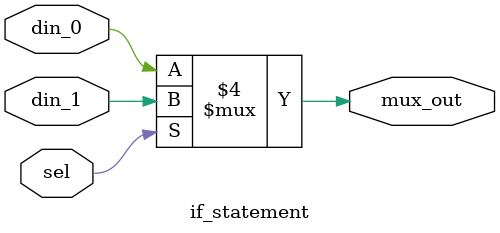
<source format=v>
module  if_statement(
din_0      , // Mux first input
din_1      , // Mux Second input
sel        , // Select input
mux_out      // Mux output
);
//-----------Input Ports---------------
input din_0, din_1, sel ;
//-----------Output Ports---------------
output mux_out;
//------------Internal Variables--------
reg  mux_out;
//-------------Code Starts Here---------
always @ (sel or din_0 or din_1)
begin : MUX
  if (sel == 1'b0) begin
      mux_out = din_0;
  end else begin
      mux_out = din_1 ;
  end
end

endmodule //End Of Module mux
</source>
